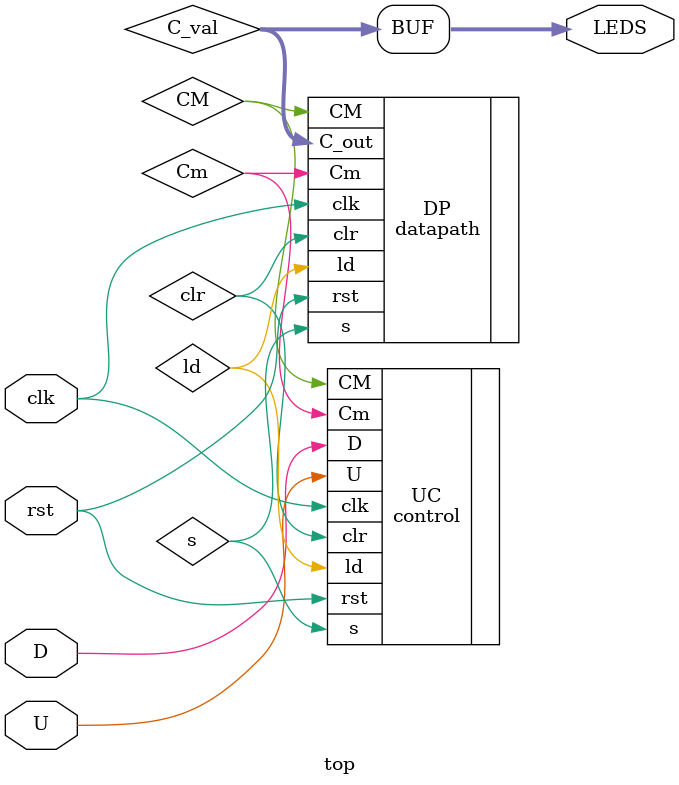
<source format=v>
module top (
    input clk, input rst, input U, input D,
    output [15:0] LEDS // Saídas de 16 bits para 16 LEDs
);
    wire ld, clr, s; // controle
    wire CM, Cm;     // status
    wire [15:0] C_val; // valor de C (o valor que queremos exibir)

    // Conexão direta do valor C para as saídas de LED
    assign LEDS = C_val; 

    control UC (
        .clk(clk),
        .rst(rst),
        .U(U),
        .D(D),
        .CM(CM),
        .Cm(Cm),
        .ld(ld),
        .clr(clr),
        .s(s)
    );

    datapath DP (
        .clk(clk),
        .rst(rst),
        .ld(ld),
        .clr(clr),
        .s(s),
        .CM(CM),
        .Cm(Cm),
        .C_out(C_val)
    );  
endmodule
</source>
